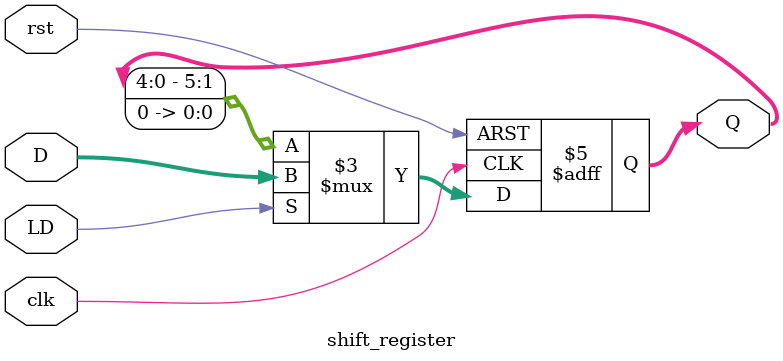
<source format=v>
module shift_register (
    input wire clk,
    input wire rst,
    input wire LD,
    input wire [5:0] D,
    output reg [5:0] Q
);

always @(posedge clk or posedge rst) begin
    if (rst)
        Q <= 6'b0;
    else if (LD)
        Q <= D;
    else
        Q <= {Q[4:0], 1'b0};
end

endmodule

</source>
